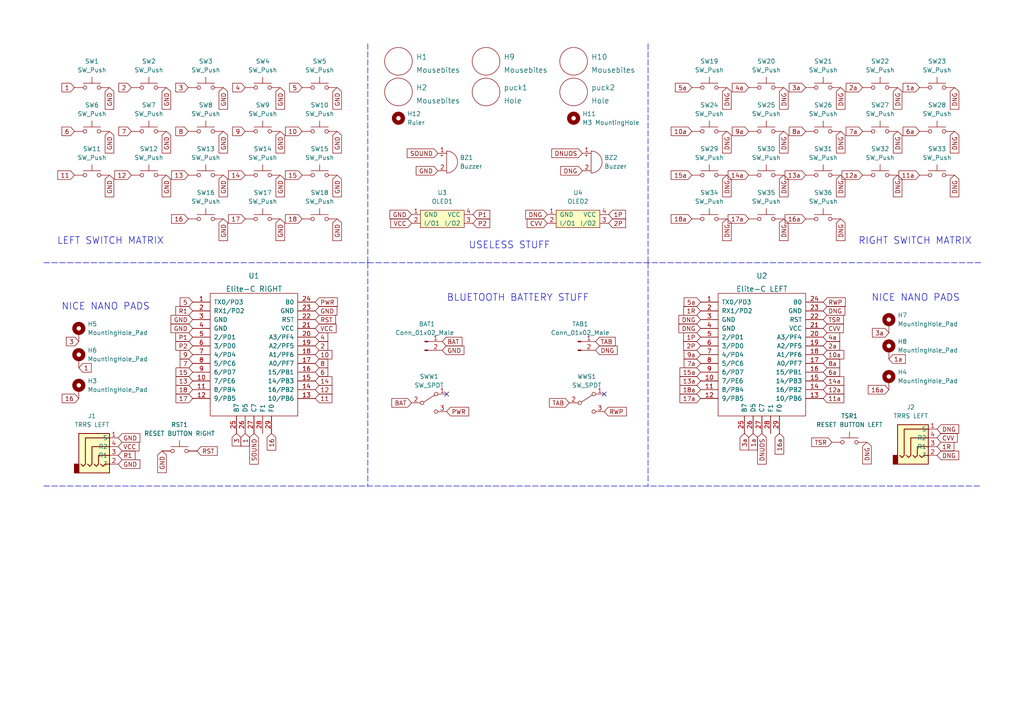
<source format=kicad_sch>
(kicad_sch (version 20211123) (generator eeschema)
  (paper "A4")
  (lib_symbols
    (symbol "AudioJack4_1"
      (property "Reference" "J1" (at -2.54 8.89 0))
      (property "Value" "AudioJack4_1" (at -2.54 6.35 0))
      (symbol "AudioJack4_1_0_1"
        (rectangle (start -6.35 -5.08) (end -7.62 -7.62) (stroke (width 0.254)) (fill (type outline)))
        (polyline (pts (xy 0 -5.08) (xy 0.635 -5.715) (xy 1.27 -5.08) (xy 2.54 -5.08)) (stroke (width 0.254)))
        (polyline (pts (xy -5.715 -5.08) (xy -5.08 -5.715) (xy -4.445 -5.08) (xy -4.445 2.54) (xy 2.54 2.54)) (stroke (width 0.254)))
        (polyline (pts (xy -1.905 -5.08) (xy -1.27 -5.715) (xy -0.635 -5.08) (xy -0.635 -2.54) (xy 2.54 -2.54)) (stroke (width 0.254)))
        (polyline (pts (xy 2.54 0) (xy -2.54 0) (xy -2.54 -5.08) (xy -3.175 -5.715) (xy -3.81 -5.08)) (stroke (width 0.254)))
        (rectangle (start 2.54 3.81) (end -6.35 -7.62) (stroke (width 0.254)) (fill (type background)))
      )
      (symbol "AudioJack4_1_1_1"
        (pin passive line (at 5.08 2.54 180) (length 2.54) (name "S") (number "1"))
        (pin passive line (at 5.08 -5.08 180) (length 2.54) (name "T") (number "2"))
        (pin passive line (at 5.08 -2.54 180) (length 2.54) (name "R1") (number "3"))
        (pin passive line (at 5.08 0 180) (length 2.54) (name "R2") (number "4"))
      )
    )
    (symbol "Connector:Conn_01x02_Male" (pin_names (offset 1.016) hide)
      (property "Reference" "J" (at 0 2.54 0))
      (property "Value" "Conn_01x02_Male" (at 0 -5.08 0))
      (symbol "Conn_01x02_Male_1_1"
        (polyline (pts (xy 1.27 -2.54) (xy 0.8636 -2.54)) (stroke (width 0.1524)))
        (polyline (pts (xy 1.27 0) (xy 0.8636 0)) (stroke (width 0.1524)))
        (rectangle (start 0.8636 -2.413) (end 0 -2.667) (stroke (width 0.1524)) (fill (type outline)))
        (rectangle (start 0.8636 0.127) (end 0 -0.127) (stroke (width 0.1524)) (fill (type outline)))
        (pin passive line (at 5.08 0 180) (length 3.81) (name "Pin_1") (number "1"))
        (pin passive line (at 5.08 -2.54 180) (length 3.81) (name "Pin_2") (number "2"))
      )
    )
    (symbol "Device:Buzzer" (pin_names (offset 0.0254) hide)
      (property "Reference" "BZ" (at 3.81 1.27 0))
      (property "Value" "Buzzer" (at 3.81 -1.27 0))
      (symbol "Buzzer_0_1"
        (arc (start 0 -3.175) (mid 3.175 0) (end 0 3.175))
        (polyline (pts (xy -1.651 1.905) (xy -1.143 1.905)))
        (polyline (pts (xy -1.397 2.159) (xy -1.397 1.651)))
        (polyline (pts (xy 0 3.175) (xy 0 -3.175)))
      )
      (symbol "Buzzer_1_1"
        (pin passive line (at -2.54 2.54 0) (length 2.54) (name "-") (number "1"))
        (pin passive line (at -2.54 -2.54 0) (length 2.54) (name "+") (number "2"))
      )
    )
    (symbol "Keebio-Parts.pretty-master:Elite-C" (pin_names (offset 1.016))
      (property "Reference" "U" (at 0 0 0))
      (property "Value" "Elite-C" (at 0 2.54 0))
      (symbol "Elite-C_0_1"
        (rectangle (start 12.7 -19.05) (end -12.7 16.51))
      )
      (symbol "Elite-C_1_1"
        (pin input line (at -17.78 13.97 0) (length 5.08) (name "TX0/PD3") (number "1"))
        (pin input line (at -17.78 -8.89 0) (length 5.08) (name "7/PE6") (number "10"))
        (pin input line (at -17.78 -11.43 0) (length 5.08) (name "8/PB4") (number "11"))
        (pin input line (at -17.78 -13.97 0) (length 5.08) (name "9/PB5") (number "12"))
        (pin input line (at 17.78 -13.97 180) (length 5.08) (name "10/PB6") (number "13"))
        (pin input line (at 17.78 -11.43 180) (length 5.08) (name "16/PB2") (number "14"))
        (pin input line (at 17.78 -8.89 180) (length 5.08) (name "14/PB3") (number "15"))
        (pin input line (at 17.78 -6.35 180) (length 5.08) (name "15/PB1") (number "16"))
        (pin input line (at 17.78 -3.81 180) (length 5.08) (name "A0/PF7") (number "17"))
        (pin input line (at 17.78 -1.27 180) (length 5.08) (name "A1/PF6") (number "18"))
        (pin input line (at 17.78 1.27 180) (length 5.08) (name "A2/PF5") (number "19"))
        (pin input line (at -17.78 11.43 0) (length 5.08) (name "RX1/PD2") (number "2"))
        (pin input line (at 17.78 3.81 180) (length 5.08) (name "A3/PF4") (number "20"))
        (pin input line (at 17.78 6.35 180) (length 5.08) (name "VCC") (number "21"))
        (pin input line (at 17.78 8.89 180) (length 5.08) (name "RST") (number "22"))
        (pin input line (at 17.78 11.43 180) (length 5.08) (name "GND") (number "23"))
        (pin input line (at 17.78 13.97 180) (length 5.08) (name "B0") (number "24"))
        (pin input line (at -5.08 -24.13 90) (length 5.08) (name "B7") (number "25"))
        (pin input line (at -2.54 -24.13 90) (length 5.08) (name "D5") (number "26"))
        (pin input line (at 0 -24.13 90) (length 5.08) (name "C7") (number "27"))
        (pin input line (at 2.54 -24.13 90) (length 5.08) (name "F1") (number "28"))
        (pin input line (at 5.08 -24.13 90) (length 5.08) (name "F0") (number "29"))
        (pin input line (at -17.78 8.89 0) (length 5.08) (name "GND") (number "3"))
        (pin input line (at -17.78 6.35 0) (length 5.08) (name "GND") (number "4"))
        (pin input line (at -17.78 3.81 0) (length 5.08) (name "2/PD1") (number "5"))
        (pin input line (at -17.78 1.27 0) (length 5.08) (name "3/PD0") (number "6"))
        (pin input line (at -17.78 -1.27 0) (length 5.08) (name "4/PD4") (number "7"))
        (pin input line (at -17.78 -3.81 0) (length 5.08) (name "5/PC6") (number "8"))
        (pin input line (at -17.78 -6.35 0) (length 5.08) (name "6/PD7") (number "9"))
      )
    )
    (symbol "Keebio-Parts.pretty-master:Hole" (pin_names (offset 1.016))
      (property "Reference" "H" (at 0 -1.27 0))
      (property "Value" "Hole" (at 0 1.27 0))
      (symbol "Hole_0_1"
        (circle (center 0 0) (radius 4.0132))
      )
    )
    (symbol "Keebio-Parts.pretty-master:PRTR5V0U2X" (pin_names (offset 1.016))
      (property "Reference" "U" (at 0 7.62 0))
      (property "Value" "PRTR5V0U2X" (at 0 5.08 0))
      (symbol "PRTR5V0U2X_0_1"
        (rectangle (start -6.35 2.54) (end 6.35 -2.54) (fill (type background)))
      )
      (symbol "PRTR5V0U2X_1_1"
        (pin input line (at -8.89 1.27 0) (length 2.54) (name "GND") (number "1"))
        (pin input line (at -8.89 -1.27 0) (length 2.54) (name "I/O1") (number "2"))
        (pin input line (at 8.89 -1.27 180) (length 2.54) (name "I/O2") (number "3"))
        (pin input line (at 8.89 1.27 180) (length 2.54) (name "VCC") (number "4"))
      )
    )
    (symbol "Mechanical:MountingHole" (pin_names (offset 1.016))
      (property "Reference" "H" (at 0 5.08 0))
      (property "Value" "MountingHole" (at 0 3.175 0))
      (symbol "MountingHole_0_1"
        (circle (center 0 0) (radius 1.27) (stroke (width 1.27)))
      )
    )
    (symbol "Mechanical:MountingHole_Pad" (pin_numbers hide) (pin_names (offset 1.016) hide)
      (property "Reference" "H" (at 0 6.35 0))
      (property "Value" "MountingHole_Pad" (at 0 4.445 0))
      (symbol "MountingHole_Pad_0_1"
        (circle (center 0 1.27) (radius 1.27) (stroke (width 1.27)))
      )
      (symbol "MountingHole_Pad_1_1"
        (pin input line (at 0 -2.54 90) (length 2.54) (name "1") (number "1"))
      )
    )
    (symbol "Switch:SW_Push" (pin_numbers hide) (pin_names (offset 1.016) hide)
      (property "Reference" "SW" (at 1.27 2.54 0))
      (property "Value" "SW_Push" (at 0 -1.524 0))
      (symbol "SW_Push_0_1"
        (circle (center -2.032 0) (radius 0.508))
        (polyline (pts (xy 0 1.27) (xy 0 3.048)))
        (polyline (pts (xy 2.54 1.27) (xy -2.54 1.27)))
        (circle (center 2.032 0) (radius 0.508))
        (pin passive line (at -5.08 0 0) (length 2.54) (name "1") (number "1"))
        (pin passive line (at 5.08 0 180) (length 2.54) (name "2") (number "2"))
      )
    )
    (symbol "Switch:SW_SPDT" (pin_names (offset 0) hide)
      (property "Reference" "SW" (at 0 4.318 0))
      (property "Value" "SW_SPDT" (at 0 -5.08 0))
      (symbol "SW_SPDT_0_0"
        (circle (center -2.032 0) (radius 0.508))
        (circle (center 2.032 -2.54) (radius 0.508))
      )
      (symbol "SW_SPDT_0_1"
        (polyline (pts (xy -1.524 0.254) (xy 1.651 2.286)))
        (circle (center 2.032 2.54) (radius 0.508))
      )
      (symbol "SW_SPDT_1_1"
        (pin passive line (at 5.08 2.54 180) (length 2.54) (name "A") (number "1"))
        (pin passive line (at -5.08 0 0) (length 2.54) (name "B") (number "2"))
        (pin passive line (at 5.08 -2.54 180) (length 2.54) (name "C") (number "3"))
      )
    )
  )
  (no_connect (at 129.54 114.3))
  (no_connect (at 175.26 114.3))
  (polyline (pts (xy 12.7 140.97) (xy 284.48 140.97)))
  (polyline (pts (xy 106.68 76.2) (xy 187.96 76.2)))
  (polyline (pts (xy 187.96 76.2) (xy 187.96 140.97)))
  (polyline (pts (xy 106.68 12.7) (xy 106.68 76.2)))
  (polyline (pts (xy 12.7 76.2) (xy 106.68 76.2)))
  (polyline (pts (xy 284.48 76.2) (xy 187.96 76.2)))
  (polyline (pts (xy 106.68 76.2) (xy 106.68 140.97)))
  (polyline (pts (xy 187.96 12.7) (xy 187.96 76.2)))
  (text "RIGHT SWITCH MATRIX" (at 248.92 71.12 0) (effects (font (size 2 2)) (justify left bottom)))
  (text "NICE NANO PADS" (at 252.73 87.63 0) (effects (font (size 2 2)) (justify left bottom)))
  (text "USELESS STUFF" (at 135.89 72.39 0) (effects (font (size 2 2)) (justify left bottom)))
  (text "LEFT SWITCH MATRIX" (at 16.51 71.12 0) (effects (font (size 2 2)) (justify left bottom)))
  (text "BLUETOOTH BATTERY STUFF" (at 129.54 87.63 0) (effects (font (size 2 2)) (justify left bottom)))
  (text "NICE NANO PADS" (at 17.78 90.17 0) (effects (font (size 2 2)) (justify left bottom)))
  (global_label "10" (shape input) (at 87.63 38.1 180) (property "Intersheet References" "${INTERSHEET_REFS}" (effects hide)))
  (global_label "3a" (shape input) (at 257.81 96.52 180) (property "Intersheet References" "${INTERSHEET_REFS}" (effects hide)))
  (global_label "DNG" (shape input) (at 227.33 63.5 270) (property "Intersheet References" "${INTERSHEET_REFS}" (effects hide)))
  (global_label "GND" (shape input) (at 34.29 134.62 0) (property "Intersheet References" "${INTERSHEET_REFS}" (effects hide)))
  (global_label "17a" (shape input) (at 217.17 63.5 180) (property "Intersheet References" "${INTERSHEET_REFS}" (effects hide)))
  (global_label "DNG" (shape input) (at 227.33 38.1 270) (property "Intersheet References" "${INTERSHEET_REFS}" (effects hide)))
  (global_label "11a" (shape input) (at 238.76 115.57 0) (property "Intersheet References" "${INTERSHEET_REFS}" (effects hide)))
  (global_label "GND" (shape input) (at 55.88 95.25 180) (property "Intersheet References" "${INTERSHEET_REFS}" (effects hide)))
  (global_label "10a" (shape input) (at 238.76 102.87 0) (property "Intersheet References" "${INTERSHEET_REFS}" (effects hide)))
  (global_label "GND" (shape input) (at 31.75 38.1 270) (property "Intersheet References" "${INTERSHEET_REFS}" (effects hide)))
  (global_label "RST" (shape input) (at 57.15 130.81 0) (property "Intersheet References" "${INTERSHEET_REFS}" (effects hide)))
  (global_label "DNG" (shape input) (at 238.76 90.17 0) (property "Intersheet References" "${INTERSHEET_REFS}" (effects hide)))
  (global_label "17a" (shape input) (at 203.2 115.57 180) (property "Intersheet References" "${INTERSHEET_REFS}" (effects hide)))
  (global_label "DNG" (shape input) (at 203.2 92.71 180) (property "Intersheet References" "${INTERSHEET_REFS}" (effects hide)))
  (global_label "15" (shape input) (at 87.63 50.8 180) (property "Intersheet References" "${INTERSHEET_REFS}" (effects hide)))
  (global_label "16a" (shape input) (at 257.81 113.03 180) (property "Intersheet References" "${INTERSHEET_REFS}" (effects hide)))
  (global_label "DNG" (shape input) (at 260.35 50.8 270) (property "Intersheet References" "${INTERSHEET_REFS}" (effects hide)))
  (global_label "4" (shape input) (at 91.44 97.79 0) (property "Intersheet References" "${INTERSHEET_REFS}" (effects hide)))
  (global_label "14a" (shape input) (at 238.76 110.49 0) (property "Intersheet References" "${INTERSHEET_REFS}" (effects hide)))
  (global_label "11a" (shape input) (at 266.7 50.8 180) (property "Intersheet References" "${INTERSHEET_REFS}" (effects hide)))
  (global_label "8" (shape input) (at 54.61 38.1 180) (property "Intersheet References" "${INTERSHEET_REFS}" (effects hide)))
  (global_label "GND" (shape input) (at 48.26 25.4 270) (property "Intersheet References" "${INTERSHEET_REFS}" (effects hide)))
  (global_label "GND" (shape input) (at 31.75 25.4 270) (property "Intersheet References" "${INTERSHEET_REFS}" (effects hide)))
  (global_label "TAB" (shape input) (at 172.72 99.06 0) (property "Intersheet References" "${INTERSHEET_REFS}" (effects hide)))
  (global_label "18" (shape input) (at 55.88 113.03 180) (property "Intersheet References" "${INTERSHEET_REFS}" (effects hide)))
  (global_label "DNG" (shape input) (at 243.84 63.5 270) (property "Intersheet References" "${INTERSHEET_REFS}" (effects hide)))
  (global_label "18a" (shape input) (at 200.66 63.5 180) (property "Intersheet References" "${INTERSHEET_REFS}" (effects hide)))
  (global_label "16" (shape input) (at 54.61 63.5 180) (property "Intersheet References" "${INTERSHEET_REFS}" (effects hide)))
  (global_label "14a" (shape input) (at 217.17 50.8 180) (property "Intersheet References" "${INTERSHEET_REFS}" (effects hide)))
  (global_label "13a" (shape input) (at 233.68 50.8 180) (property "Intersheet References" "${INTERSHEET_REFS}" (effects hide)))
  (global_label "11" (shape input) (at 21.59 50.8 180) (property "Intersheet References" "${INTERSHEET_REFS}" (effects hide)))
  (global_label "RWP" (shape input) (at 238.76 87.63 0) (property "Intersheet References" "${INTERSHEET_REFS}" (effects hide)))
  (global_label "7a" (shape input) (at 250.19 38.1 180) (property "Intersheet References" "${INTERSHEET_REFS}" (effects hide)))
  (global_label "TSR" (shape input) (at 241.3 128.27 180) (property "Intersheet References" "${INTERSHEET_REFS}" (effects hide)))
  (global_label "8a" (shape input) (at 238.76 105.41 0) (property "Intersheet References" "${INTERSHEET_REFS}" (effects hide)))
  (global_label "GND" (shape input) (at 48.26 50.8 270) (property "Intersheet References" "${INTERSHEET_REFS}" (effects hide)))
  (global_label "DNG" (shape input) (at 168.91 49.53 180) (property "Intersheet References" "${INTERSHEET_REFS}" (effects hide)))
  (global_label "DNG" (shape input) (at 172.72 101.6 0) (property "Intersheet References" "${INTERSHEET_REFS}" (effects hide)))
  (global_label "2a" (shape input) (at 238.76 100.33 0) (property "Intersheet References" "${INTERSHEET_REFS}" (effects hide)))
  (global_label "9a" (shape input) (at 217.17 38.1 180) (property "Intersheet References" "${INTERSHEET_REFS}" (effects hide)))
  (global_label "9" (shape input) (at 55.88 102.87 180) (property "Intersheet References" "${INTERSHEET_REFS}" (effects hide)))
  (global_label "15a" (shape input) (at 203.2 107.95 180) (property "Intersheet References" "${INTERSHEET_REFS}" (effects hide)))
  (global_label "9" (shape input) (at 71.12 38.1 180) (property "Intersheet References" "${INTERSHEET_REFS}" (effects hide)))
  (global_label "GND" (shape input) (at 81.28 25.4 270) (property "Intersheet References" "${INTERSHEET_REFS}" (effects hide)))
  (global_label "4a" (shape input) (at 217.17 25.4 180) (property "Intersheet References" "${INTERSHEET_REFS}" (effects hide)))
  (global_label "DNG" (shape input) (at 271.78 132.08 0) (property "Intersheet References" "${INTERSHEET_REFS}" (effects hide)))
  (global_label "13" (shape input) (at 55.88 110.49 180) (property "Intersheet References" "${INTERSHEET_REFS}" (effects hide)))
  (global_label "11" (shape input) (at 91.44 115.57 0) (property "Intersheet References" "${INTERSHEET_REFS}" (effects hide)))
  (global_label "DNG" (shape input) (at 271.78 124.46 0) (property "Intersheet References" "${INTERSHEET_REFS}" (effects hide)))
  (global_label "DNUOS" (shape input) (at 168.91 44.45 180) (property "Intersheet References" "${INTERSHEET_REFS}" (effects hide)))
  (global_label "P1" (shape input) (at 137.16 62.23 0) (property "Intersheet References" "${INTERSHEET_REFS}" (effects hide)))
  (global_label "R1" (shape input) (at 34.29 132.08 0) (property "Intersheet References" "${INTERSHEET_REFS}" (effects hide)))
  (global_label "SOUND" (shape input) (at 127 44.45 180) (property "Intersheet References" "${INTERSHEET_REFS}" (effects hide)))
  (global_label "3" (shape input) (at 22.86 99.06 180) (property "Intersheet References" "${INTERSHEET_REFS}" (effects hide)))
  (global_label "2a" (shape input) (at 250.19 25.4 180) (property "Intersheet References" "${INTERSHEET_REFS}" (effects hide)))
  (global_label "3a" (shape input) (at 215.9 125.73 270) (property "Intersheet References" "${INTERSHEET_REFS}" (effects hide)))
  (global_label "16a" (shape input) (at 233.68 63.5 180) (property "Intersheet References" "${INTERSHEET_REFS}" (effects hide)))
  (global_label "DNG" (shape input) (at 260.35 25.4 270) (property "Intersheet References" "${INTERSHEET_REFS}" (effects hide)))
  (global_label "R1" (shape input) (at 55.88 90.17 180) (property "Intersheet References" "${INTERSHEET_REFS}" (effects hide)))
  (global_label "GND" (shape input) (at 31.75 50.8 270) (property "Intersheet References" "${INTERSHEET_REFS}" (effects hide)))
  (global_label "DNG" (shape input) (at 227.33 25.4 270) (property "Intersheet References" "${INTERSHEET_REFS}" (effects hide)))
  (global_label "5a" (shape input) (at 203.2 87.63 180) (property "Intersheet References" "${INTERSHEET_REFS}" (effects hide)))
  (global_label "DNUOS" (shape input) (at 220.98 125.73 270) (property "Intersheet References" "${INTERSHEET_REFS}" (effects hide)))
  (global_label "DNG" (shape input) (at 243.84 25.4 270) (property "Intersheet References" "${INTERSHEET_REFS}" (effects hide)))
  (global_label "7" (shape input) (at 38.1 38.1 180) (property "Intersheet References" "${INTERSHEET_REFS}" (effects hide)))
  (global_label "VCC" (shape input) (at 91.44 95.25 0) (property "Intersheet References" "${INTERSHEET_REFS}" (effects hide)))
  (global_label "DNG" (shape input) (at 210.82 50.8 270) (property "Intersheet References" "${INTERSHEET_REFS}" (effects hide)))
  (global_label "GND" (shape input) (at 97.79 38.1 270) (property "Intersheet References" "${INTERSHEET_REFS}" (effects hide)))
  (global_label "15" (shape input) (at 55.88 107.95 180) (property "Intersheet References" "${INTERSHEET_REFS}" (effects hide)))
  (global_label "TSR" (shape input) (at 238.76 92.71 0) (property "Intersheet References" "${INTERSHEET_REFS}" (effects hide)))
  (global_label "GND" (shape input) (at 119.38 62.23 180) (property "Intersheet References" "${INTERSHEET_REFS}" (effects hide)))
  (global_label "2P" (shape input) (at 176.53 64.77 0) (property "Intersheet References" "${INTERSHEET_REFS}" (effects hide)))
  (global_label "5a" (shape input) (at 200.66 25.4 180) (property "Intersheet References" "${INTERSHEET_REFS}" (effects hide)))
  (global_label "3" (shape input) (at 54.61 25.4 180) (property "Intersheet References" "${INTERSHEET_REFS}" (effects hide)))
  (global_label "9a" (shape input) (at 203.2 102.87 180) (property "Intersheet References" "${INTERSHEET_REFS}" (effects hide)))
  (global_label "17" (shape input) (at 71.12 63.5 180) (property "Intersheet References" "${INTERSHEET_REFS}" (effects hide)))
  (global_label "BAT" (shape input) (at 119.38 116.84 180) (property "Intersheet References" "${INTERSHEET_REFS}" (effects hide)))
  (global_label "3" (shape input) (at 68.58 125.73 270) (property "Intersheet References" "${INTERSHEET_REFS}" (effects hide)))
  (global_label "1P" (shape input) (at 203.2 97.79 180) (property "Intersheet References" "${INTERSHEET_REFS}" (effects hide)))
  (global_label "1a" (shape input) (at 218.44 125.73 270) (property "Intersheet References" "${INTERSHEET_REFS}" (effects hide)))
  (global_label "DNG" (shape input) (at 210.82 25.4 270) (property "Intersheet References" "${INTERSHEET_REFS}" (effects hide)))
  (global_label "4a" (shape input) (at 238.76 97.79 0) (property "Intersheet References" "${INTERSHEET_REFS}" (effects hide)))
  (global_label "DNG" (shape input) (at 203.2 95.25 180) (property "Intersheet References" "${INTERSHEET_REFS}" (effects hide)))
  (global_label "RST" (shape input) (at 91.44 92.71 0) (property "Intersheet References" "${INTERSHEET_REFS}" (effects hide)))
  (global_label "18" (shape input) (at 87.63 63.5 180) (property "Intersheet References" "${INTERSHEET_REFS}" (effects hide)))
  (global_label "GND" (shape input) (at 97.79 63.5 270) (property "Intersheet References" "${INTERSHEET_REFS}" (effects hide)))
  (global_label "16" (shape input) (at 78.74 125.73 270) (property "Intersheet References" "${INTERSHEET_REFS}" (effects hide)))
  (global_label "GND" (shape input) (at 48.26 38.1 270) (property "Intersheet References" "${INTERSHEET_REFS}" (effects hide)))
  (global_label "TAB" (shape input) (at 165.1 116.84 180) (property "Intersheet References" "${INTERSHEET_REFS}" (effects hide)))
  (global_label "1R" (shape input) (at 271.78 129.54 0) (property "Intersheet References" "${INTERSHEET_REFS}" (effects hide)))
  (global_label "PWR" (shape input) (at 129.54 119.38 0) (property "Intersheet References" "${INTERSHEET_REFS}" (effects hide)))
  (global_label "2" (shape input) (at 91.44 100.33 0) (property "Intersheet References" "${INTERSHEET_REFS}" (effects hide)))
  (global_label "BAT" (shape input) (at 128.27 99.06 0) (property "Intersheet References" "${INTERSHEET_REFS}" (effects hide)))
  (global_label "DNG" (shape input) (at 158.75 62.23 180) (property "Intersheet References" "${INTERSHEET_REFS}" (effects hide)))
  (global_label "GND" (shape input) (at 97.79 25.4 270) (property "Intersheet References" "${INTERSHEET_REFS}" (effects hide)))
  (global_label "1P" (shape input) (at 176.53 62.23 0) (property "Intersheet References" "${INTERSHEET_REFS}" (effects hide)))
  (global_label "GND" (shape input) (at 55.88 92.71 180) (property "Intersheet References" "${INTERSHEET_REFS}" (effects hide)))
  (global_label "DNG" (shape input) (at 227.33 50.8 270) (property "Intersheet References" "${INTERSHEET_REFS}" (effects hide)))
  (global_label "DNG" (shape input) (at 251.46 128.27 270) (property "Intersheet References" "${INTERSHEET_REFS}" (effects hide)))
  (global_label "6a" (shape input) (at 266.7 38.1 180) (property "Intersheet References" "${INTERSHEET_REFS}" (effects hide)))
  (global_label "14" (shape input) (at 71.12 50.8 180) (property "Intersheet References" "${INTERSHEET_REFS}" (effects hide)))
  (global_label "8a" (shape input) (at 233.68 38.1 180) (property "Intersheet References" "${INTERSHEET_REFS}" (effects hide)))
  (global_label "10a" (shape input) (at 200.66 38.1 180) (property "Intersheet References" "${INTERSHEET_REFS}" (effects hide)))
  (global_label "VCC" (shape input) (at 119.38 64.77 180) (property "Intersheet References" "${INTERSHEET_REFS}" (effects hide)))
  (global_label "GND" (shape input) (at 128.27 101.6 0) (property "Intersheet References" "${INTERSHEET_REFS}" (effects hide)))
  (global_label "6" (shape input) (at 21.59 38.1 180) (property "Intersheet References" "${INTERSHEET_REFS}" (effects hide)))
  (global_label "5" (shape input) (at 55.88 87.63 180) (property "Intersheet References" "${INTERSHEET_REFS}" (effects hide)))
  (global_label "GND" (shape input) (at 64.77 25.4 270) (property "Intersheet References" "${INTERSHEET_REFS}" (effects hide)))
  (global_label "SOUND" (shape input) (at 73.66 125.73 270) (property "Intersheet References" "${INTERSHEET_REFS}" (effects hide)))
  (global_label "DNG" (shape input) (at 260.35 38.1 270) (property "Intersheet References" "${INTERSHEET_REFS}" (effects hide)))
  (global_label "13" (shape input) (at 54.61 50.8 180) (property "Intersheet References" "${INTERSHEET_REFS}" (effects hide)))
  (global_label "12" (shape input) (at 91.44 113.03 0) (property "Intersheet References" "${INTERSHEET_REFS}" (effects hide)))
  (global_label "2" (shape input) (at 38.1 25.4 180) (property "Intersheet References" "${INTERSHEET_REFS}" (effects hide)))
  (global_label "12" (shape input) (at 38.1 50.8 180) (property "Intersheet References" "${INTERSHEET_REFS}" (effects hide)))
  (global_label "16" (shape input) (at 22.86 115.57 180) (property "Intersheet References" "${INTERSHEET_REFS}" (effects hide)))
  (global_label "GND" (shape input) (at 64.77 63.5 270) (property "Intersheet References" "${INTERSHEET_REFS}" (effects hide)))
  (global_label "7a" (shape input) (at 203.2 105.41 180) (property "Intersheet References" "${INTERSHEET_REFS}" (effects hide)))
  (global_label "10" (shape input) (at 91.44 102.87 0) (property "Intersheet References" "${INTERSHEET_REFS}" (effects hide)))
  (global_label "15a" (shape input) (at 200.66 50.8 180) (property "Intersheet References" "${INTERSHEET_REFS}" (effects hide)))
  (global_label "17" (shape input) (at 55.88 115.57 180) (property "Intersheet References" "${INTERSHEET_REFS}" (effects hide)))
  (global_label "4" (shape input) (at 71.12 25.4 180) (property "Intersheet References" "${INTERSHEET_REFS}" (effects hide)))
  (global_label "RWP" (shape input) (at 175.26 119.38 0) (property "Intersheet References" "${INTERSHEET_REFS}" (effects hide)))
  (global_label "CVV" (shape input) (at 271.78 127 0) (property "Intersheet References" "${INTERSHEET_REFS}" (effects hide)))
  (global_label "6a" (shape input) (at 238.76 107.95 0) (property "Intersheet References" "${INTERSHEET_REFS}" (effects hide)))
  (global_label "12a" (shape input) (at 238.76 113.03 0) (property "Intersheet References" "${INTERSHEET_REFS}" (effects hide)))
  (global_label "DNG" (shape input) (at 210.82 38.1 270) (property "Intersheet References" "${INTERSHEET_REFS}" (effects hide)))
  (global_label "DNG" (shape input) (at 243.84 38.1 270) (property "Intersheet References" "${INTERSHEET_REFS}" (effects hide)))
  (global_label "GND" (shape input) (at 64.77 50.8 270) (property "Intersheet References" "${INTERSHEET_REFS}" (effects hide)))
  (global_label "3a" (shape input) (at 233.68 25.4 180) (property "Intersheet References" "${INTERSHEET_REFS}" (effects hide)))
  (global_label "1" (shape input) (at 22.86 106.68 0) (property "Intersheet References" "${INTERSHEET_REFS}" (effects hide)))
  (global_label "GND" (shape input) (at 127 49.53 180) (property "Intersheet References" "${INTERSHEET_REFS}" (effects hide)))
  (global_label "DNG" (shape input) (at 276.86 50.8 270) (property "Intersheet References" "${INTERSHEET_REFS}" (effects hide)))
  (global_label "DNG" (shape input) (at 243.84 50.8 270) (property "Intersheet References" "${INTERSHEET_REFS}" (effects hide)))
  (global_label "GND" (shape input) (at 81.28 38.1 270) (property "Intersheet References" "${INTERSHEET_REFS}" (effects hide)))
  (global_label "1" (shape input) (at 21.59 25.4 180) (property "Intersheet References" "${INTERSHEET_REFS}" (effects hide)))
  (global_label "16a" (shape input) (at 226.06 125.73 270) (property "Intersheet References" "${INTERSHEET_REFS}" (effects hide)))
  (global_label "DNG" (shape input) (at 276.86 38.1 270) (property "Intersheet References" "${INTERSHEET_REFS}" (effects hide)))
  (global_label "12a" (shape input) (at 250.19 50.8 180) (property "Intersheet References" "${INTERSHEET_REFS}" (effects hide)))
  (global_label "5" (shape input) (at 87.63 25.4 180) (property "Intersheet References" "${INTERSHEET_REFS}" (effects hide)))
  (global_label "GND" (shape input) (at 46.99 130.81 270) (property "Intersheet References" "${INTERSHEET_REFS}" (effects hide)))
  (global_label "P2" (shape input) (at 55.88 100.33 180) (property "Intersheet References" "${INTERSHEET_REFS}" (effects hide)))
  (global_label "GND" (shape input) (at 97.79 50.8 270) (property "Intersheet References" "${INTERSHEET_REFS}" (effects hide)))
  (global_label "CVV" (shape input) (at 238.76 95.25 0) (property "Intersheet References" "${INTERSHEET_REFS}" (effects hide)))
  (global_label "8" (shape input) (at 91.44 105.41 0) (property "Intersheet References" "${INTERSHEET_REFS}" (effects hide)))
  (global_label "GND" (shape input) (at 81.28 50.8 270) (property "Intersheet References" "${INTERSHEET_REFS}" (effects hide)))
  (global_label "2P" (shape input) (at 203.2 100.33 180) (property "Intersheet References" "${INTERSHEET_REFS}" (effects hide)))
  (global_label "P2" (shape input) (at 137.16 64.77 0) (property "Intersheet References" "${INTERSHEET_REFS}" (effects hide)))
  (global_label "GND" (shape input) (at 81.28 63.5 270) (property "Intersheet References" "${INTERSHEET_REFS}" (effects hide)))
  (global_label "CVV" (shape input) (at 158.75 64.77 180) (property "Intersheet References" "${INTERSHEET_REFS}" (effects hide)))
  (global_label "DNG" (shape input) (at 210.82 63.5 270) (property "Intersheet References" "${INTERSHEET_REFS}" (effects hide)))
  (global_label "DNG" (shape input) (at 276.86 25.4 270) (property "Intersheet References" "${INTERSHEET_REFS}" (effects hide)))
  (global_label "13a" (shape input) (at 203.2 110.49 180) (property "Intersheet References" "${INTERSHEET_REFS}" (effects hide)))
  (global_label "GND" (shape input) (at 64.77 38.1 270) (property "Intersheet References" "${INTERSHEET_REFS}" (effects hide)))
  (global_label "P1" (shape input) (at 55.88 97.79 180) (property "Intersheet References" "${INTERSHEET_REFS}" (effects hide)))
  (global_label "1" (shape input) (at 71.12 125.73 270) (property "Intersheet References" "${INTERSHEET_REFS}" (effects hide)))
  (global_label "1a" (shape input) (at 266.7 25.4 180) (property "Intersheet References" "${INTERSHEET_REFS}" (effects hide)))
  (global_label "1a" (shape input) (at 257.81 104.14 0) (property "Intersheet References" "${INTERSHEET_REFS}" (effects hide)))
  (global_label "18a" (shape input) (at 203.2 113.03 180) (property "Intersheet References" "${INTERSHEET_REFS}" (effects hide)))
  (global_label "GND" (shape input) (at 34.29 127 0) (property "Intersheet References" "${INTERSHEET_REFS}" (effects hide)))
  (global_label "14" (shape input) (at 91.44 110.49 0) (property "Intersheet References" "${INTERSHEET_REFS}" (effects hide)))
  (global_label "VCC" (shape input) (at 34.29 129.54 0) (property "Intersheet References" "${INTERSHEET_REFS}" (effects hide)))
  (global_label "6" (shape input) (at 91.44 107.95 0) (property "Intersheet References" "${INTERSHEET_REFS}" (effects hide)))
  (global_label "GND" (shape input) (at 91.44 90.17 0) (property "Intersheet References" "${INTERSHEET_REFS}" (effects hide)))
  (global_label "7" (shape input) (at 55.88 105.41 180) (property "Intersheet References" "${INTERSHEET_REFS}" (effects hide)))
  (global_label "PWR" (shape input) (at 91.44 87.63 0) (property "Intersheet References" "${INTERSHEET_REFS}" (effects hide)))
  (global_label "1R" (shape input) (at 203.2 90.17 180) (property "Intersheet References" "${INTERSHEET_REFS}" (effects hide)))
  (symbol (lib_id "Keebio-Parts.pretty-master:PRTR5V0U2X") (at 128.27 63.5 0) (unit 1)
    (property "Reference" "U3" (at 128.27 55.88 0))
    (property "Value" "OLED1" (at 128.27 58.42 0))
    (property "Footprint" "Keebio-Parts.pretty-master:I2C_Breakout" (effects hide))
  )
  (symbol (lib_id "Switch:SW_SPDT") (at 124.46 116.84 0) (unit 1)
    (property "Reference" "SWW1" (at 124.46 109.22 0))
    (property "Value" "SW_SPDT" (at 124.46 111.76 0))
    (property "Footprint" "Beibob:SW_SPDT_PCM12" (effects hide))
  )
  (symbol (lib_id "Mechanical:MountingHole_Pad") (at 257.81 101.6 0) (unit 1)
    (property "Reference" "H8" (at 260.35 99.0599 0) (effects (justify left)))
    (property "Value" "MountingHole_Pad" (at 260.35 101.5999 0) (effects (justify left)))
    (property "Footprint" "Keebio-Parts.pretty-master:SinglePad" (effects hide))
  )
  (symbol (lib_id "Keebio-Parts.pretty-master:Hole") (at 166.37 26.67 0) (unit 1)
    (property "Reference" "puck2" (at 171.45 25.4 0) (effects (font (size 1.524 1.524)) (justify left)))
    (property "Value" "Hole" (at 171.45 29.21 0) (effects (font (size 1.524 1.524)) (justify left)))
    (property "Footprint" "Beibob:Tenting_Puck" (effects hide))
  )
  (symbol (lib_id "Switch:SW_Push") (at 59.69 50.8 0) (unit 1)
    (property "Reference" "SW13" (at 59.69 43.18 0))
    (property "Value" "SW_Push" (at 59.69 45.72 0))
    (property "Footprint" "Beibob:Kailh_socket_PG1350_optional" (effects hide))
  )
  (symbol (lib_id "Device:Buzzer") (at 129.54 46.99 0) (unit 1)
    (property "Reference" "BZ1" (at 133.35 45.7199 0) (effects (justify left)))
    (property "Value" "Buzzer" (at 133.35 48.2599 0) (effects (justify left)))
    (property "Footprint" "Buzzer_Beeper:Buzzer_Mallory_AST1109MLTRQ" (effects hide))
  )
  (symbol (lib_id "Switch:SW_Push") (at 246.38 128.27 0) (unit 1)
    (property "Reference" "TSR1" (at 246.38 120.65 0))
    (property "Value" "RESET BUTTON LEFT" (at 246.38 123.19 0))
    (property "Footprint" "Beibob:ResetSW" (effects hide))
  )
  (symbol (lib_id "Switch:SW_Push") (at 238.76 38.1 0) (unit 1)
    (property "Reference" "SW26" (at 238.76 30.48 0))
    (property "Value" "SW_Push" (at 238.76 33.02 0))
    (property "Footprint" "Beibob:Kailh_socket_PG1350_optional" (effects hide))
  )
  (symbol (lib_id "Switch:SW_Push") (at 76.2 25.4 0) (unit 1)
    (property "Reference" "SW4" (at 76.2 17.78 0))
    (property "Value" "SW_Push" (at 76.2 20.32 0))
    (property "Footprint" "Beibob:Kailh_socket_PG1350_optional" (effects hide))
  )
  (symbol (lib_id "Connector:Conn_01x02_Male") (at 123.19 99.06 0) (unit 1)
    (property "Reference" "BAT1" (at 123.825 93.98 0))
    (property "Value" "Conn_01x02_Male" (at 123.19 96.52 0))
    (property "Footprint" "Beibob:BAT" (effects hide))
  )
  (symbol (lib_id "Mechanical:MountingHole_Pad") (at 22.86 113.03 0) (unit 1)
    (property "Reference" "H3" (at 25.4 110.4899 0) (effects (justify left)))
    (property "Value" "MountingHole_Pad" (at 25.4 113.0299 0) (effects (justify left)))
    (property "Footprint" "Keebio-Parts.pretty-master:SinglePad" (effects hide))
  )
  (symbol (lib_id "Switch:SW_Push") (at 76.2 50.8 0) (unit 1)
    (property "Reference" "SW14" (at 76.2 43.18 0))
    (property "Value" "SW_Push" (at 76.2 45.72 0))
    (property "Footprint" "Beibob:Kailh_socket_PG1350_optional" (effects hide))
  )
  (symbol (lib_id "Switch:SW_Push") (at 205.74 38.1 0) (unit 1)
    (property "Reference" "SW24" (at 205.74 30.48 0))
    (property "Value" "SW_Push" (at 205.74 33.02 0))
    (property "Footprint" "Beibob:Kailh_socket_PG1350_optional" (effects hide))
  )
  (symbol (lib_id "Switch:SW_Push") (at 59.69 25.4 0) (unit 1)
    (property "Reference" "SW3" (at 59.69 17.78 0))
    (property "Value" "SW_Push" (at 59.69 20.32 0))
    (property "Footprint" "Beibob:Kailh_socket_PG1350_optional" (effects hide))
  )
  (symbol (lib_id "Keebio-Parts.pretty-master:Hole") (at 115.57 17.78 0) (unit 1)
    (property "Reference" "H1" (at 120.65 16.51 0) (effects (font (size 1.524 1.524)) (justify left)))
    (property "Value" "Mousebites" (at 120.65 20.32 0) (effects (font (size 1.524 1.524)) (justify left)))
    (property "Footprint" "Keebio-Parts.pretty-master:breakaway-mousebites" (effects hide))
  )
  (symbol (lib_id "Switch:SW_Push") (at 76.2 38.1 0) (unit 1)
    (property "Reference" "SW9" (at 76.2 30.48 0))
    (property "Value" "SW_Push" (at 76.2 33.02 0))
    (property "Footprint" "Beibob:Kailh_socket_PG1350_optional" (effects hide))
  )
  (symbol (lib_id "Switch:SW_Push") (at 255.27 25.4 0) (unit 1)
    (property "Reference" "SW22" (at 255.27 17.78 0))
    (property "Value" "SW_Push" (at 255.27 20.32 0))
    (property "Footprint" "Beibob:Kailh_socket_PG1350_optional" (effects hide))
  )
  (symbol (lib_id "Switch:SW_Push") (at 255.27 38.1 0) (unit 1)
    (property "Reference" "SW27" (at 255.27 30.48 0))
    (property "Value" "SW_Push" (at 255.27 33.02 0))
    (property "Footprint" "Beibob:Kailh_socket_PG1350_optional" (effects hide))
  )
  (symbol (lib_id "Switch:SW_Push") (at 92.71 63.5 0) (unit 1)
    (property "Reference" "SW18" (at 92.71 55.88 0))
    (property "Value" "SW_Push" (at 92.71 58.42 0))
    (property "Footprint" "Beibob:Kailh_socket_PG1350_optional" (effects hide))
  )
  (symbol (lib_id "Switch:SW_Push") (at 26.67 38.1 0) (unit 1)
    (property "Reference" "SW6" (at 26.67 30.48 0))
    (property "Value" "SW_Push" (at 26.67 33.02 0))
    (property "Footprint" "Beibob:Kailh_socket_PG1350_optional" (effects hide))
  )
  (symbol (lib_id "Keebio-Parts.pretty-master:Hole") (at 115.57 26.67 0) (unit 1)
    (property "Reference" "H2" (at 120.65 25.4 0) (effects (font (size 1.524 1.524)) (justify left)))
    (property "Value" "Mousebites" (at 120.65 29.21 0) (effects (font (size 1.524 1.524)) (justify left)))
    (property "Footprint" "Keebio-Parts.pretty-master:breakaway-mousebites" (effects hide))
  )
  (symbol (lib_id "Mechanical:MountingHole_Pad") (at 257.81 93.98 0) (unit 1)
    (property "Reference" "H7" (at 260.35 91.4399 0) (effects (justify left)))
    (property "Value" "MountingHole_Pad" (at 260.35 93.9799 0) (effects (justify left)))
    (property "Footprint" "Keebio-Parts.pretty-master:SinglePad" (effects hide))
  )
  (symbol (lib_id "Switch:SW_Push") (at 222.25 63.5 0) (unit 1)
    (property "Reference" "SW35" (at 222.25 55.88 0))
    (property "Value" "SW_Push" (at 222.25 58.42 0))
    (property "Footprint" "Beibob:Kailh_socket_PG1350_optional" (effects hide))
  )
  (symbol (lib_id "Device:Buzzer") (at 171.45 46.99 0) (unit 1)
    (property "Reference" "BZ2" (at 175.26 45.7199 0) (effects (justify left)))
    (property "Value" "Buzzer" (at 175.26 48.2599 0) (effects (justify left)))
    (property "Footprint" "Buzzer_Beeper:Buzzer_Mallory_AST1109MLTRQ" (effects hide))
  )
  (symbol (lib_id "Switch:SW_Push") (at 255.27 50.8 0) (unit 1)
    (property "Reference" "SW32" (at 255.27 43.18 0))
    (property "Value" "SW_Push" (at 255.27 45.72 0))
    (property "Footprint" "Beibob:Kailh_socket_PG1350_optional" (effects hide))
  )
  (symbol (lib_id "Connector:Conn_01x02_Male") (at 167.64 99.06 0) (unit 1)
    (property "Reference" "TAB1" (at 168.275 93.98 0))
    (property "Value" "Conn_01x02_Male" (at 168.275 96.52 0))
    (property "Footprint" "Beibob:BAT" (effects hide))
  )
  (symbol (lib_id "Mechanical:MountingHole_Pad") (at 257.81 110.49 0) (unit 1)
    (property "Reference" "H4" (at 260.35 107.9499 0) (effects (justify left)))
    (property "Value" "MountingHole_Pad" (at 260.35 110.4899 0) (effects (justify left)))
    (property "Footprint" "Keebio-Parts.pretty-master:SinglePad" (effects hide))
  )
  (symbol (lib_id "Switch:SW_Push") (at 26.67 25.4 0) (unit 1)
    (property "Reference" "SW1" (at 26.67 17.78 0))
    (property "Value" "SW_Push" (at 26.67 20.32 0))
    (property "Footprint" "Beibob:Kailh_socket_PG1350_optional" (effects hide))
  )
  (symbol (lib_id "Switch:SW_Push") (at 92.71 50.8 0) (unit 1)
    (property "Reference" "SW15" (at 92.71 43.18 0))
    (property "Value" "SW_Push" (at 92.71 45.72 0))
    (property "Footprint" "Beibob:Kailh_socket_PG1350_optional" (effects hide))
  )
  (symbol (lib_id "Switch:SW_Push") (at 43.18 50.8 0) (unit 1)
    (property "Reference" "SW12" (at 43.18 43.18 0))
    (property "Value" "SW_Push" (at 43.18 45.72 0))
    (property "Footprint" "Beibob:Kailh_socket_PG1350_optional" (effects hide))
  )
  (symbol (lib_id "Mechanical:MountingHole") (at 166.37 34.29 0) (unit 1)
    (property "Reference" "H11" (at 168.91 33.0199 0) (effects (justify left)))
    (property "Value" "M3 MountingHole" (at 168.91 35.5599 0) (effects (justify left)))
    (property "Footprint" "MountingHole:MountingHole_2.7mm_M2.5_DIN965" (effects hide))
  )
  (symbol (lib_id "Switch:SW_Push") (at 222.25 50.8 0) (unit 1)
    (property "Reference" "SW30" (at 222.25 43.18 0))
    (property "Value" "SW_Push" (at 222.25 45.72 0))
    (property "Footprint" "Beibob:Kailh_socket_PG1350_optional" (effects hide))
  )
  (symbol (lib_id "Mechanical:MountingHole_Pad") (at 22.86 96.52 0) (unit 1)
    (property "Reference" "H5" (at 25.4 93.9799 0) (effects (justify left)))
    (property "Value" "MountingHole_Pad" (at 25.4 96.5199 0) (effects (justify left)))
    (property "Footprint" "Keebio-Parts.pretty-master:SinglePad" (effects hide))
  )
  (symbol (lib_id "Switch:SW_Push") (at 26.67 50.8 0) (unit 1)
    (property "Reference" "SW11" (at 26.67 43.18 0))
    (property "Value" "SW_Push" (at 26.67 45.72 0))
    (property "Footprint" "Beibob:Kailh_socket_PG1350_optional" (effects hide))
  )
  (symbol (lib_id "Switch:SW_Push") (at 238.76 25.4 0) (unit 1)
    (property "Reference" "SW21" (at 238.76 17.78 0))
    (property "Value" "SW_Push" (at 238.76 20.32 0))
    (property "Footprint" "Beibob:Kailh_socket_PG1350_optional" (effects hide))
  )
  (symbol (lib_id "Switch:SW_Push") (at 92.71 25.4 0) (unit 1)
    (property "Reference" "SW5" (at 92.71 17.78 0))
    (property "Value" "SW_Push" (at 92.71 20.32 0))
    (property "Footprint" "Beibob:Kailh_socket_PG1350_optional" (effects hide))
  )
  (symbol (lib_id "Switch:SW_Push") (at 76.2 63.5 0) (unit 1)
    (property "Reference" "SW17" (at 76.2 55.88 0))
    (property "Value" "SW_Push" (at 76.2 58.42 0))
    (property "Footprint" "Beibob:Kailh_socket_PG1350_optional" (effects hide))
  )
  (symbol (lib_id "Mechanical:MountingHole") (at 115.57 34.29 0) (unit 1)
    (property "Reference" "H12" (at 118.11 33.0199 0) (effects (justify left)))
    (property "Value" "Ruler" (at 118.11 35.5599 0) (effects (justify left)))
    (property "Footprint" "Calibration_Scale:Gauge_50mm_Type1_SilkScreenTop" (effects hide))
  )
  (symbol (lib_id "Keebio-Parts.pretty-master:Hole") (at 140.97 17.78 0) (unit 1)
    (property "Reference" "H9" (at 146.05 16.51 0) (effects (font (size 1.524 1.524)) (justify left)))
    (property "Value" "Mousebites" (at 146.05 20.32 0) (effects (font (size 1.524 1.524)) (justify left)))
    (property "Footprint" "Keebio-Parts.pretty-master:breakaway-mousebites" (effects hide))
  )
  (symbol (lib_id "Keebio-Parts.pretty-master:Elite-C") (at 73.66 101.6 0) (unit 1)
    (property "Reference" "U1" (at 73.66 80.01 0) (effects (font (size 1.524 1.524))))
    (property "Value" "Elite-C RIGHT" (at 73.66 83.82 0) (effects (font (size 1.524 1.524))))
    (property "Footprint" "Beibob:Elite-C" (effects hide))
  )
  (symbol (lib_id "Switch:SW_Push") (at 238.76 63.5 0) (unit 1)
    (property "Reference" "SW36" (at 238.76 55.88 0))
    (property "Value" "SW_Push" (at 238.76 58.42 0))
    (property "Footprint" "Beibob:Kailh_socket_PG1350_optional" (effects hide))
  )
  (symbol (lib_id "Mechanical:MountingHole_Pad") (at 22.86 104.14 0) (unit 1)
    (property "Reference" "H6" (at 25.4 101.5999 0) (effects (justify left)))
    (property "Value" "MountingHole_Pad" (at 25.4 104.1399 0) (effects (justify left)))
    (property "Footprint" "Keebio-Parts.pretty-master:SinglePad" (effects hide))
  )
  (symbol (lib_name "AudioJack4_1") (lib_id "Connector:AudioJack4") (at 29.21 129.54 0) (unit 1)
    (property "Reference" "J1" (at 26.67 120.65 0))
    (property "Value" "TRRS LEFT" (at 26.67 123.19 0))
    (property "Footprint" "Keebio-Parts.pretty-master:TRRS-PJ-320A" (effects hide))
  )
  (symbol (lib_id "Switch:SW_Push") (at 59.69 38.1 0) (unit 1)
    (property "Reference" "SW8" (at 59.69 30.48 0))
    (property "Value" "SW_Push" (at 59.69 33.02 0))
    (property "Footprint" "Beibob:Kailh_socket_PG1350_optional" (effects hide))
  )
  (symbol (lib_id "Switch:SW_Push") (at 205.74 50.8 0) (unit 1)
    (property "Reference" "SW29" (at 205.74 43.18 0))
    (property "Value" "SW_Push" (at 205.74 45.72 0))
    (property "Footprint" "Beibob:Kailh_socket_PG1350_optional" (effects hide))
  )
  (symbol (lib_id "Switch:SW_Push") (at 59.69 63.5 0) (unit 1)
    (property "Reference" "SW16" (at 59.69 55.88 0))
    (property "Value" "SW_Push" (at 59.69 58.42 0))
    (property "Footprint" "Beibob:Kailh_socket_PG1350_optional" (effects hide))
  )
  (symbol (lib_id "Switch:SW_Push") (at 271.78 50.8 0) (unit 1)
    (property "Reference" "SW33" (at 271.78 43.18 0))
    (property "Value" "SW_Push" (at 271.78 45.72 0))
    (property "Footprint" "Beibob:Kailh_socket_PG1350_optional" (effects hide))
  )
  (symbol (lib_id "Switch:SW_Push") (at 52.07 130.81 0) (unit 1)
    (property "Reference" "RST1" (at 52.07 123.19 0))
    (property "Value" "RESET BUTTON RIGHT" (at 52.07 125.73 0))
    (property "Footprint" "Beibob:ResetSW" (effects hide))
  )
  (symbol (lib_id "Switch:SW_Push") (at 43.18 38.1 0) (unit 1)
    (property "Reference" "SW7" (at 43.18 30.48 0))
    (property "Value" "SW_Push" (at 43.18 33.02 0))
    (property "Footprint" "Beibob:Kailh_socket_PG1350_optional" (effects hide))
  )
  (symbol (lib_id "Switch:SW_Push") (at 205.74 63.5 0) (unit 1)
    (property "Reference" "SW34" (at 205.74 55.88 0))
    (property "Value" "SW_Push" (at 205.74 58.42 0))
    (property "Footprint" "Beibob:Kailh_socket_PG1350_optional" (effects hide))
  )
  (symbol (lib_id "Switch:SW_Push") (at 222.25 25.4 0) (unit 1)
    (property "Reference" "SW20" (at 222.25 17.78 0))
    (property "Value" "SW_Push" (at 222.25 20.32 0))
    (property "Footprint" "Beibob:Kailh_socket_PG1350_optional" (effects hide))
  )
  (symbol (lib_id "Switch:SW_SPDT") (at 170.18 116.84 0) (unit 1)
    (property "Reference" "WWS1" (at 170.18 109.22 0))
    (property "Value" "SW_SPDT" (at 170.18 111.76 0))
    (property "Footprint" "Beibob:SW_SPDT_PCM12" (effects hide))
  )
  (symbol (lib_id "Switch:SW_Push") (at 205.74 25.4 0) (unit 1)
    (property "Reference" "SW19" (at 205.74 17.78 0))
    (property "Value" "SW_Push" (at 205.74 20.32 0))
    (property "Footprint" "Beibob:Kailh_socket_PG1350_optional" (effects hide))
  )
  (symbol (lib_id "Switch:SW_Push") (at 222.25 38.1 0) (unit 1)
    (property "Reference" "SW25" (at 222.25 30.48 0))
    (property "Value" "SW_Push" (at 222.25 33.02 0))
    (property "Footprint" "Beibob:Kailh_socket_PG1350_optional" (effects hide))
  )
  (symbol (lib_id "Switch:SW_Push") (at 92.71 38.1 0) (unit 1)
    (property "Reference" "SW10" (at 92.71 30.48 0))
    (property "Value" "SW_Push" (at 92.71 33.02 0))
    (property "Footprint" "Beibob:Kailh_socket_PG1350_optional" (effects hide))
  )
  (symbol (lib_id "Switch:SW_Push") (at 271.78 38.1 0) (unit 1)
    (property "Reference" "SW28" (at 271.78 30.48 0))
    (property "Value" "SW_Push" (at 271.78 33.02 0))
    (property "Footprint" "Beibob:Kailh_socket_PG1350_optional" (effects hide))
  )
  (symbol (lib_id "Keebio-Parts.pretty-master:Elite-C") (at 220.98 101.6 0) (unit 1)
    (property "Reference" "U2" (at 220.98 80.01 0) (effects (font (size 1.524 1.524))))
    (property "Value" "Elite-C LEFT" (at 220.98 83.82 0) (effects (font (size 1.524 1.524))))
    (property "Footprint" "Beibob:Elite-C" (effects hide))
  )
  (symbol (lib_id "Keebio-Parts.pretty-master:Hole") (at 140.97 26.67 0) (unit 1)
    (property "Reference" "puck1" (at 146.05 25.4 0) (effects (font (size 1.524 1.524)) (justify left)))
    (property "Value" "Hole" (at 146.05 29.21 0) (effects (font (size 1.524 1.524)) (justify left)))
    (property "Footprint" "Beibob:Tenting_Puck" (effects hide))
  )
  (symbol (lib_id "Switch:SW_Push") (at 271.78 25.4 0) (unit 1)
    (property "Reference" "SW23" (at 271.78 17.78 0))
    (property "Value" "SW_Push" (at 271.78 20.32 0))
    (property "Footprint" "Beibob:Kailh_socket_PG1350_optional" (effects hide))
  )
  (symbol (lib_id "Switch:SW_Push") (at 43.18 25.4 0) (unit 1)
    (property "Reference" "SW2" (at 43.18 17.78 0))
    (property "Value" "SW_Push" (at 43.18 20.32 0))
    (property "Footprint" "Beibob:Kailh_socket_PG1350_optional" (effects hide))
  )
  (symbol (lib_id "Keebio-Parts.pretty-master:PRTR5V0U2X") (at 167.64 63.5 0) (unit 1)
    (property "Reference" "U4" (at 167.64 55.88 0))
    (property "Value" "OLED2" (at 167.64 58.42 0))
    (property "Footprint" "Keebio-Parts.pretty-master:I2C_Breakout" (effects hide))
  )
  (symbol (lib_name "AudioJack4_1") (lib_id "Connector:AudioJack4") (at 266.7 127 0) (unit 1)
    (property "Reference" "J2" (at 264.16 118.11 0))
    (property "Value" "TRRS LEFT" (at 264.16 120.65 0))
    (property "Footprint" "Keebio-Parts.pretty-master:TRRS-PJ-320A" (effects hide))
  )
  (symbol (lib_id "Switch:SW_Push") (at 238.76 50.8 0) (unit 1)
    (property "Reference" "SW31" (at 238.76 43.18 0))
    (property "Value" "SW_Push" (at 238.76 45.72 0))
    (property "Footprint" "Beibob:Kailh_socket_PG1350_optional" (effects hide))
  )
  (symbol (lib_id "Keebio-Parts.pretty-master:Hole") (at 166.37 17.78 0) (unit 1)
    (property "Reference" "H10" (at 171.45 16.51 0) (effects (font (size 1.524 1.524)) (justify left)))
    (property "Value" "Mousebites" (at 171.45 20.32 0) (effects (font (size 1.524 1.524)) (justify left)))
    (property "Footprint" "Keebio-Parts.pretty-master:breakaway-mousebites" (effects hide))
  )
)
</source>
